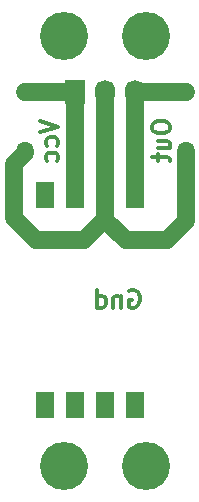
<source format=gbr>
G04 #@! TF.FileFunction,Copper,L2,Bot,Signal*
%FSLAX46Y46*%
G04 Gerber Fmt 4.6, Leading zero omitted, Abs format (unit mm)*
G04 Created by KiCad (PCBNEW 4.0.4+e1-6308~48~ubuntu16.04.1-stable) date Tue Oct 25 19:36:01 2016*
%MOMM*%
%LPD*%
G01*
G04 APERTURE LIST*
%ADD10C,0.100000*%
%ADD11C,0.300000*%
%ADD12R,1.574800X2.286000*%
%ADD13R,1.727200X2.032000*%
%ADD14O,1.727200X2.032000*%
%ADD15R,1.300000X1.300000*%
%ADD16C,1.300000*%
%ADD17C,4.064000*%
%ADD18C,1.524000*%
%ADD19C,1.016000*%
G04 APERTURE END LIST*
D10*
D11*
X140580466Y-54599140D02*
X140723323Y-54527711D01*
X140937609Y-54527711D01*
X141151894Y-54599140D01*
X141294752Y-54741997D01*
X141366180Y-54884854D01*
X141437609Y-55170569D01*
X141437609Y-55384854D01*
X141366180Y-55670569D01*
X141294752Y-55813426D01*
X141151894Y-55956283D01*
X140937609Y-56027711D01*
X140794752Y-56027711D01*
X140580466Y-55956283D01*
X140509037Y-55884854D01*
X140509037Y-55384854D01*
X140794752Y-55384854D01*
X139866180Y-55027711D02*
X139866180Y-56027711D01*
X139866180Y-55170569D02*
X139794752Y-55099140D01*
X139651894Y-55027711D01*
X139437609Y-55027711D01*
X139294752Y-55099140D01*
X139223323Y-55241997D01*
X139223323Y-56027711D01*
X137866180Y-56027711D02*
X137866180Y-54527711D01*
X137866180Y-55956283D02*
X138009037Y-56027711D01*
X138294751Y-56027711D01*
X138437609Y-55956283D01*
X138509037Y-55884854D01*
X138580466Y-55741997D01*
X138580466Y-55313426D01*
X138509037Y-55170569D01*
X138437609Y-55099140D01*
X138294751Y-55027711D01*
X138009037Y-55027711D01*
X137866180Y-55099140D01*
X133036571Y-40200486D02*
X134536571Y-40700486D01*
X133036571Y-41200486D01*
X134465143Y-42343343D02*
X134536571Y-42200486D01*
X134536571Y-41914772D01*
X134465143Y-41771914D01*
X134393714Y-41700486D01*
X134250857Y-41629057D01*
X133822286Y-41629057D01*
X133679429Y-41700486D01*
X133608000Y-41771914D01*
X133536571Y-41914772D01*
X133536571Y-42200486D01*
X133608000Y-42343343D01*
X134465143Y-43629057D02*
X134536571Y-43486200D01*
X134536571Y-43200486D01*
X134465143Y-43057628D01*
X134393714Y-42986200D01*
X134250857Y-42914771D01*
X133822286Y-42914771D01*
X133679429Y-42986200D01*
X133608000Y-43057628D01*
X133536571Y-43200486D01*
X133536571Y-43486200D01*
X133608000Y-43629057D01*
X142510771Y-40621900D02*
X142510771Y-40907614D01*
X142582200Y-41050472D01*
X142725057Y-41193329D01*
X143010771Y-41264757D01*
X143510771Y-41264757D01*
X143796486Y-41193329D01*
X143939343Y-41050472D01*
X144010771Y-40907614D01*
X144010771Y-40621900D01*
X143939343Y-40479043D01*
X143796486Y-40336186D01*
X143510771Y-40264757D01*
X143010771Y-40264757D01*
X142725057Y-40336186D01*
X142582200Y-40479043D01*
X142510771Y-40621900D01*
X143010771Y-42550472D02*
X144010771Y-42550472D01*
X143010771Y-41907615D02*
X143796486Y-41907615D01*
X143939343Y-41979043D01*
X144010771Y-42121901D01*
X144010771Y-42336186D01*
X143939343Y-42479043D01*
X143867914Y-42550472D01*
X143010771Y-43050472D02*
X143010771Y-43621901D01*
X142510771Y-43264758D02*
X143796486Y-43264758D01*
X143939343Y-43336186D01*
X144010771Y-43479044D01*
X144010771Y-43621901D01*
D12*
X133451600Y-46494700D03*
X135991600Y-46494700D03*
X138531600Y-46494700D03*
X141071600Y-46494700D03*
X141071600Y-64274700D03*
X138531600Y-64274700D03*
X135991600Y-64274700D03*
X133451600Y-64274700D03*
D13*
X135978900Y-37769800D03*
D14*
X138518900Y-37769800D03*
X141058900Y-37769800D03*
D15*
X131711700Y-42773600D03*
D16*
X131711700Y-37773600D03*
D15*
X145351500Y-42773600D03*
D16*
X145351500Y-37773600D03*
D17*
X134999000Y-33018800D03*
X141999000Y-33018800D03*
X134999000Y-69447800D03*
X141999000Y-69447800D03*
D18*
X131711700Y-42773600D02*
X131711700Y-42938700D01*
X131711700Y-42938700D02*
X130784600Y-43865800D01*
X130784600Y-43865800D02*
X130784600Y-48463200D01*
X130784600Y-48463200D02*
X132638800Y-50317400D01*
X132638800Y-50317400D02*
X136728200Y-50317400D01*
X136728200Y-50317400D02*
X138531600Y-48514000D01*
X145351500Y-42773600D02*
X145351500Y-48704500D01*
X138531600Y-48577500D02*
X138531600Y-48514000D01*
X138531600Y-48514000D02*
X138531600Y-46494700D01*
X140271500Y-50317400D02*
X138531600Y-48577500D01*
X143738600Y-50317400D02*
X140271500Y-50317400D01*
X145351500Y-48704500D02*
X143738600Y-50317400D01*
X138518900Y-37769800D02*
X138518900Y-46482000D01*
D19*
X138544300Y-37744400D02*
X138518900Y-37769800D01*
D18*
X135978900Y-37769800D02*
X131715500Y-37769800D01*
X131715500Y-37769800D02*
X131711700Y-37773600D01*
X135978900Y-37769800D02*
X135978900Y-46482000D01*
D19*
X131631700Y-37693600D02*
X131711700Y-37773600D01*
X136004300Y-37744400D02*
X135978900Y-37769800D01*
D18*
X141058900Y-37769800D02*
X145347700Y-37769800D01*
X145347700Y-37769800D02*
X145351500Y-37773600D01*
X141058900Y-37769800D02*
X141058900Y-46482000D01*
D19*
X141113500Y-37715200D02*
X141058900Y-37769800D01*
X141084300Y-37744400D02*
X141058900Y-37769800D01*
M02*

</source>
